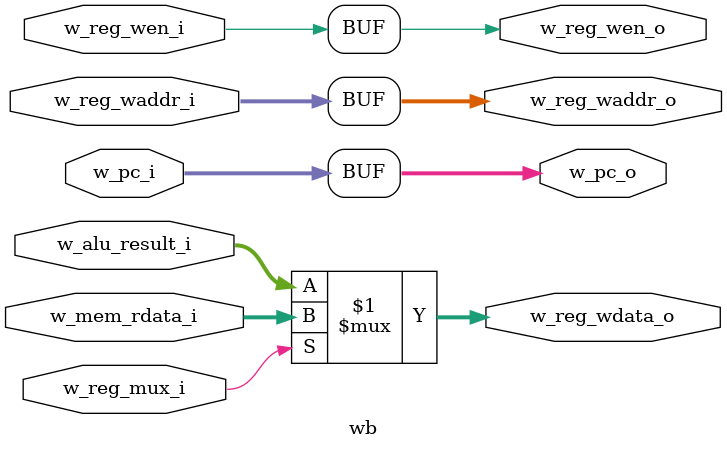
<source format=v>
module wb(
    input [63:0]    w_pc_i,
    output [63:0]   w_pc_o,

    input [63:0]    w_alu_result_i,
    input [63:0]    w_mem_rdata_i,
    input           w_reg_wen_i,
    input           w_reg_mux_i,
    input [4:0]     w_reg_waddr_i,
    output          w_reg_wen_o,
    output [4:0]    w_reg_waddr_o,
    output [63:0]   w_reg_wdata_o
);

    assign w_pc_o = w_pc_i;
    assign w_reg_wen_o = w_reg_wen_i;
    assign w_reg_waddr_o = w_reg_waddr_i;
    assign w_reg_wdata_o = w_reg_mux_i ? w_mem_rdata_i : w_alu_result_i;

endmodule
</source>
